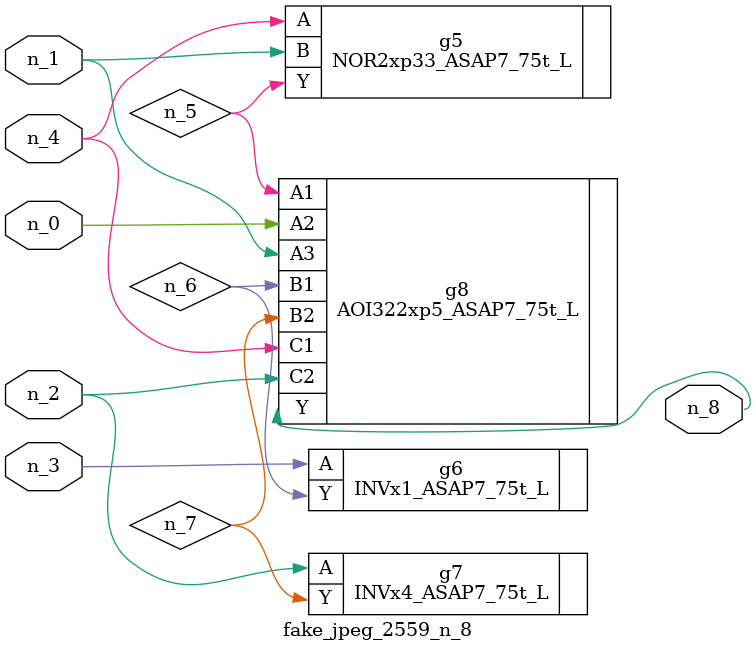
<source format=v>
module fake_jpeg_2559_n_8 (n_3, n_2, n_1, n_0, n_4, n_8);

input n_3;
input n_2;
input n_1;
input n_0;
input n_4;

output n_8;

wire n_6;
wire n_5;
wire n_7;

NOR2xp33_ASAP7_75t_L g5 ( 
.A(n_4),
.B(n_1),
.Y(n_5)
);

INVx1_ASAP7_75t_L g6 ( 
.A(n_3),
.Y(n_6)
);

INVx4_ASAP7_75t_L g7 ( 
.A(n_2),
.Y(n_7)
);

AOI322xp5_ASAP7_75t_L g8 ( 
.A1(n_5),
.A2(n_0),
.A3(n_1),
.B1(n_6),
.B2(n_7),
.C1(n_4),
.C2(n_2),
.Y(n_8)
);


endmodule
</source>
